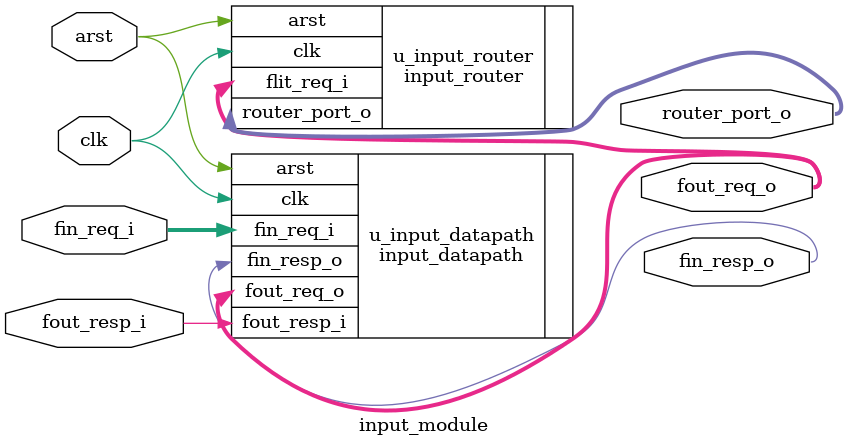
<source format=v>
module input_module (
	clk,
	arst,
	fin_req_i,
	fin_resp_o,
	fout_req_o,
	fout_resp_i,
	router_port_o
);
	function automatic integer ravenoc_pkg_MinBitWidth;
		input reg signed [31:0] val;
		reg signed [31:0] bit_width;
		begin
			for (bit_width = 0; val > 0; bit_width = bit_width + 1)
				val = val >> 1;
			ravenoc_pkg_MinBitWidth = bit_width;
		end
	endfunction
	localparam signed [31:0] ravenoc_pkg_NoCCfgSzRows = 2;
	localparam signed [31:0] ravenoc_pkg_XWidth = ravenoc_pkg_MinBitWidth(1);
	parameter [ravenoc_pkg_XWidth - 1:0] ROUTER_X_ID = 0;
	localparam signed [31:0] ravenoc_pkg_NoCCfgSzCols = 2;
	localparam signed [31:0] ravenoc_pkg_YWidth = ravenoc_pkg_MinBitWidth(1);
	parameter [ravenoc_pkg_YWidth - 1:0] ROUTER_Y_ID = 0;
	input clk;
	input arst;
	localparam signed [31:0] ravenoc_pkg_FlitWidth = 34;
	localparam signed [31:0] ravenoc_pkg_NumVirtChn = 3;
	localparam signed [31:0] ravenoc_pkg_VcWidth = ravenoc_pkg_MinBitWidth(2);
	input wire [ravenoc_pkg_FlitWidth + ravenoc_pkg_VcWidth:0] fin_req_i;
	output wire [0:0] fin_resp_o;
	output wire [ravenoc_pkg_FlitWidth + ravenoc_pkg_VcWidth:0] fout_req_o;
	input wire [0:0] fout_resp_i;
	output wire [4:0] router_port_o;
	input_datapath u_input_datapath(
		.clk(clk),
		.arst(arst),
		.fin_req_i(fin_req_i),
		.fin_resp_o(fin_resp_o),
		.fout_req_o(fout_req_o),
		.fout_resp_i(fout_resp_i)
	);
	input_router #(
		.ROUTER_X_ID(ROUTER_X_ID),
		.ROUTER_Y_ID(ROUTER_Y_ID)
	) u_input_router(
		.clk(clk),
		.arst(arst),
		.flit_req_i(fout_req_o),
		.router_port_o(router_port_o)
	);
endmodule

</source>
